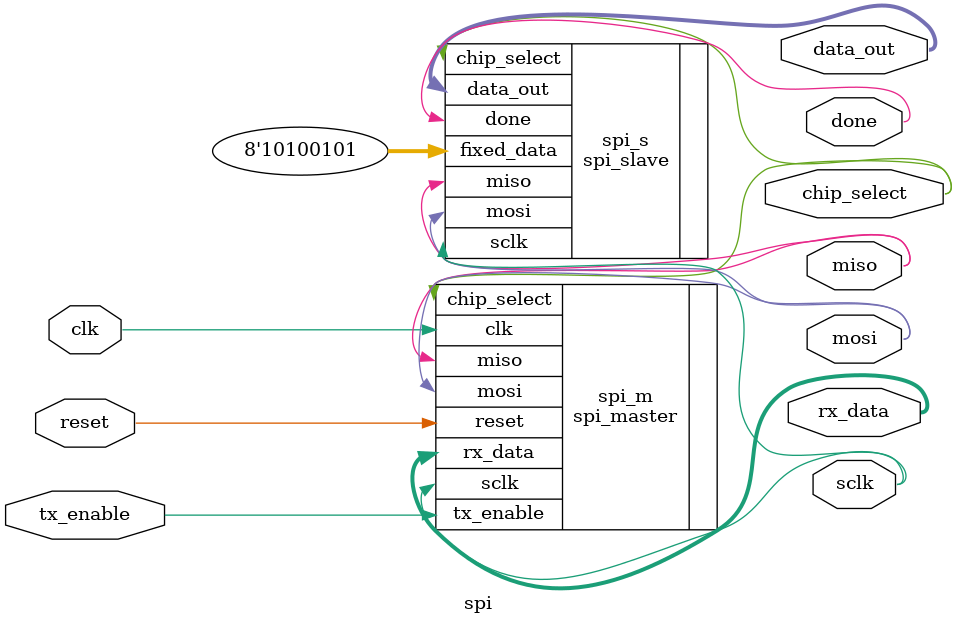
<source format=v>
`timescale 1ns / 1ps
module spi (
    input clk,
    input reset,
    input tx_enable,
    output done,
    output [7:0] data_out,
    output [7:0] rx_data,
    output sclk,
    output chip_select,
    output mosi,
    output miso
);

spi_master spi_m (
    .clk(clk), .reset(reset), .tx_enable(tx_enable),
    .miso(miso), .mosi(mosi), .sclk(sclk),
    .chip_select(chip_select), .rx_data(rx_data)
);

spi_slave spi_s (
    .sclk(sclk), .chip_select(chip_select), .mosi(mosi),
    .done(done), .data_out(data_out), .fixed_data(8'hA5),
    .miso(miso)
);

endmodule
</source>
